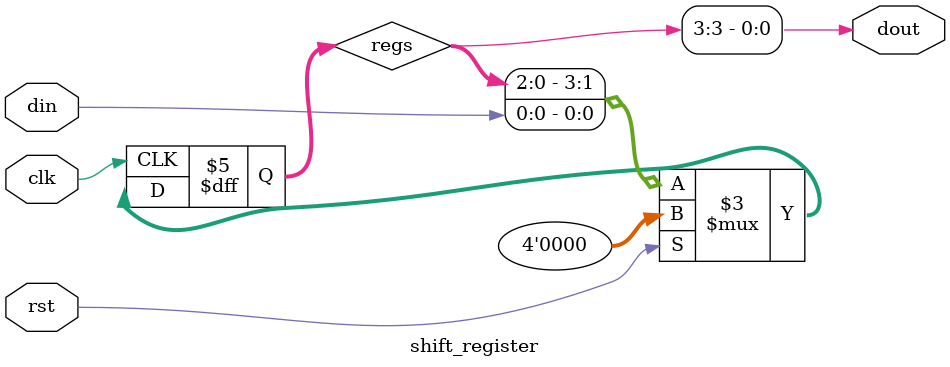
<source format=sv>
`timescale 1ns/1ns 
module shift_register #(parameter N = 4)(/*AUTOARG*/
   // Outputs
   dout,
   // Inputs
   clk, rst, din
   );
   // Outputs
   output dout;
   // Inputs
   input clk; 
   input rst;
   input din;

   logic [N-1:0] regs; 
   
   /*AUTOREG*/ 
   /*AUTOWIRE*/ 

   always_ff@(posedge clk)
      if(rst)
	regs <= 0;
      else
	regs <= {regs[N-2:0], din};

   assign dout = regs[N-1];		
 
endmodule 
// Local Variables: 
// Verilog-Library-Directories: (".")
// End:

</source>
